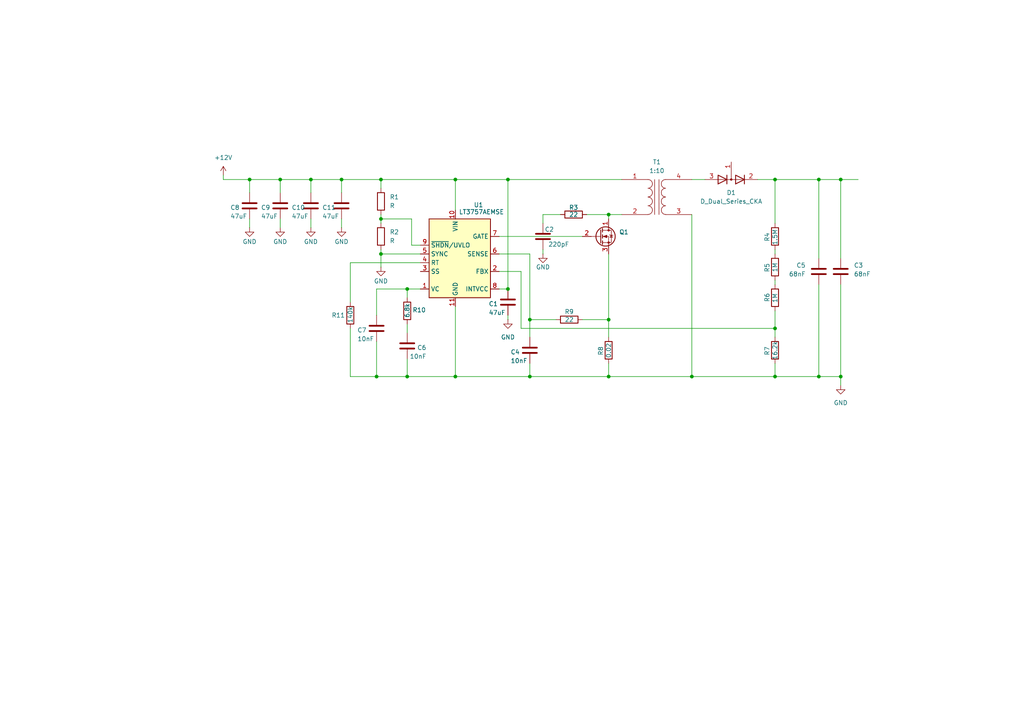
<source format=kicad_sch>
(kicad_sch (version 20231120) (generator "eeschema") (generator_version "8.0")
  (paper "A4")
  (lib_symbols
    (symbol "Device:C" (pin_numbers hide) (pin_names (offset 0.254))
      (property "Reference" "C" (at 0.635 2.54 0))
      (property "Value" "C" (at 0.635 -2.54 0))
      (symbol "C_0_1"
        (polyline (pts (xy -2.032 -0.762) (xy 2.032 -0.762)) (stroke (width 0.508)))
        (polyline (pts (xy -2.032 0.762) (xy 2.032 0.762)) (stroke (width 0.508)))
      )
      (symbol "C_1_1"
        (pin passive line (at 0 3.81 270) (length 2.794) (name "~") (number "1"))
        (pin passive line (at 0 -3.81 90) (length 2.794) (name "~") (number "2"))
      )
    )
    (symbol "Device:D_Dual_Series_CKA" (pin_names (offset 0.762) hide)
      (property "Reference" "D" (at 1.27 -2.54 0))
      (property "Value" "D_Dual_Series_CKA" (at 0 2.54 0))
      (symbol "D_Dual_Series_CKA_0_1"
        (polyline (pts (xy -3.81 0) (xy 3.81 0)))
        (polyline (pts (xy 0 0) (xy 0 -2.54)))
        (polyline (pts (xy -1.27 -1.27) (xy -1.27 1.27) (xy -1.27 1.27)) (stroke (width 0.254)))
        (polyline (pts (xy 3.81 1.27) (xy 3.81 -1.27) (xy 3.81 -1.27)) (stroke (width 0.254)))
        (polyline (pts (xy -3.81 1.27) (xy -1.27 0) (xy -3.81 -1.27) (xy -3.81 1.27) (xy -3.81 1.27) (xy -3.81 1.27)) (stroke (width 0.254)))
        (polyline (pts (xy 1.27 1.27) (xy 3.81 0) (xy 1.27 -1.27) (xy 1.27 1.27) (xy 1.27 1.27) (xy 1.27 1.27)) (stroke (width 0.254)))
        (circle (center 0 0) (radius 0.254) (fill (type outline)))
        (pin passive line (at 0 -5.08 90) (length 2.54) (name "common") (number "1"))
        (pin passive line (at 7.62 0 180) (length 3.81) (name "K") (number "2"))
        (pin passive line (at -7.62 0 0) (length 3.81) (name "A") (number "3"))
      )
    )
    (symbol "Device:Q_NMOS_DGS" (pin_names (offset 0) hide)
      (property "Reference" "Q" (at 5.08 1.27 0))
      (property "Value" "Q_NMOS_DGS" (at 5.08 -1.27 0))
      (symbol "Q_NMOS_DGS_0_1"
        (polyline (pts (xy 0.254 0) (xy -2.54 0)))
        (polyline (pts (xy 0.254 1.905) (xy 0.254 -1.905)) (stroke (width 0.254)))
        (polyline (pts (xy 0.762 -1.27) (xy 0.762 -2.286)) (stroke (width 0.254)))
        (polyline (pts (xy 0.762 0.508) (xy 0.762 -0.508)) (stroke (width 0.254)))
        (polyline (pts (xy 0.762 2.286) (xy 0.762 1.27)) (stroke (width 0.254)))
        (polyline (pts (xy 2.54 2.54) (xy 2.54 1.778)))
        (polyline (pts (xy 2.54 -2.54) (xy 2.54 0) (xy 0.762 0)))
        (polyline (pts (xy 0.762 -1.778) (xy 3.302 -1.778) (xy 3.302 1.778) (xy 0.762 1.778)))
        (polyline (pts (xy 1.016 0) (xy 2.032 0.381) (xy 2.032 -0.381) (xy 1.016 0)) (fill (type outline)))
        (polyline (pts (xy 2.794 0.508) (xy 2.921 0.381) (xy 3.683 0.381) (xy 3.81 0.254)))
        (polyline (pts (xy 3.302 0.381) (xy 2.921 -0.254) (xy 3.683 -0.254) (xy 3.302 0.381)))
        (circle (center 1.651 0) (radius 2.794) (stroke (width 0.254)))
        (circle (center 2.54 -1.778) (radius 0.254) (fill (type outline)))
        (circle (center 2.54 1.778) (radius 0.254) (fill (type outline)))
      )
      (symbol "Q_NMOS_DGS_1_1"
        (pin passive line (at 2.54 5.08 270) (length 2.54) (name "D") (number "1"))
        (pin input line (at -5.08 0 0) (length 2.54) (name "G") (number "2"))
        (pin passive line (at 2.54 -5.08 90) (length 2.54) (name "S") (number "3"))
      )
    )
    (symbol "Device:R" (pin_numbers hide) (pin_names (offset 0))
      (property "Reference" "R" (at 2.032 0 90))
      (property "Value" "R" (at 0 0 90))
      (symbol "R_0_1"
        (rectangle (start -1.016 -2.54) (end 1.016 2.54) (stroke (width 0.254)))
      )
      (symbol "R_1_1"
        (pin passive line (at 0 3.81 270) (length 1.27) (name "~") (number "1"))
        (pin passive line (at 0 -3.81 90) (length 1.27) (name "~") (number "2"))
      )
    )
    (symbol "Device:Transformer_1P_1S" (pin_names (offset 1.016) hide)
      (property "Reference" "T" (at 0 6.35 0))
      (property "Value" "Transformer_1P_1S" (at 0 -7.62 0))
      (symbol "Transformer_1P_1S_0_1"
        (arc (start -2.54 -5.0546) (mid -1.6599 -4.6901) (end -1.27 -3.81))
        (arc (start -2.54 -2.5146) (mid -1.6599 -2.1501) (end -1.27 -1.27))
        (arc (start -2.54 0.0254) (mid -1.6599 0.3899) (end -1.27 1.27))
        (arc (start -2.54 2.5654) (mid -1.6599 2.9299) (end -1.27 3.81))
        (arc (start -1.27 -3.81) (mid -1.642 -2.912) (end -2.54 -2.54))
        (arc (start -1.27 -1.27) (mid -1.642 -0.372) (end -2.54 0))
        (arc (start -1.27 1.27) (mid -1.642 2.168) (end -2.54 2.54))
        (arc (start -1.27 3.81) (mid -1.642 4.708) (end -2.54 5.08))
        (polyline (pts (xy -0.635 5.08) (xy -0.635 -5.08)))
        (polyline (pts (xy 0.635 -5.08) (xy 0.635 5.08)))
        (arc (start 1.2954 -1.27) (mid 1.6599 -2.1501) (end 2.54 -2.5146))
        (arc (start 1.2954 1.27) (mid 1.6599 0.3899) (end 2.54 0.0254))
        (arc (start 1.2954 3.81) (mid 1.6599 2.9299) (end 2.54 2.5654))
        (arc (start 1.3208 -3.81) (mid 1.6853 -4.6901) (end 2.5654 -5.0546))
        (arc (start 2.54 0) (mid 1.642 -0.372) (end 1.2954 -1.27))
        (arc (start 2.54 2.54) (mid 1.642 2.168) (end 1.2954 1.27))
        (arc (start 2.54 5.08) (mid 1.642 4.708) (end 1.2954 3.81))
        (arc (start 2.5654 -2.54) (mid 1.6674 -2.912) (end 1.3208 -3.81))
      )
      (symbol "Transformer_1P_1S_1_1"
        (pin passive line (at -10.16 5.08 0) (length 7.62) (name "AA") (number "1"))
        (pin passive line (at -10.16 -5.08 0) (length 7.62) (name "AB") (number "2"))
        (pin passive line (at 10.16 -5.08 180) (length 7.62) (name "SA") (number "3"))
        (pin passive line (at 10.16 5.08 180) (length 7.62) (name "SB") (number "4"))
      )
    )
    (symbol "Regulator_Switching:LT3757AEMSE"
      (property "Reference" "U" (at -6.35 11.43 0))
      (property "Value" "LT3757AEMSE" (at 1.27 11.43 0))
      (symbol "LT3757AEMSE_0_1"
        (rectangle (start -7.62 10.16) (end 10.16 -12.7) (stroke (width 0.254)) (fill (type background)))
      )
      (symbol "LT3757AEMSE_1_1"
        (pin input line (at -10.16 -10.16 0) (length 2.54) (name "VC") (number "1"))
        (pin power_in line (at 0 12.7 270) (length 2.54) (name "VIN") (number "10"))
        (pin power_in line (at 0 -15.24 90) (length 2.54) (name "GND") (number "11"))
        (pin input line (at 12.7 -5.08 180) (length 2.54) (name "FBX") (number "2"))
        (pin input line (at -10.16 -5.08 0) (length 2.54) (name "SS") (number "3"))
        (pin input line (at -10.16 -2.54 0) (length 2.54) (name "RT") (number "4"))
        (pin input line (at -10.16 0 0) (length 2.54) (name "SYNC") (number "5"))
        (pin input line (at 12.7 0 180) (length 2.54) (name "SENSE") (number "6"))
        (pin output line (at 12.7 5.08 180) (length 2.54) (name "GATE") (number "7"))
        (pin output line (at 12.7 -10.16 180) (length 2.54) (name "INTVCC") (number "8"))
        (pin input line (at -10.16 2.54 0) (length 2.54) (name "~{SHDN}/UVLO") (number "9"))
      )
    )
    (symbol "power:+12V" (power) (pin_numbers hide) (pin_names (offset 0) hide)
      (property "Value" "+12V" (at 0 3.556 0))
      (symbol "+12V_0_1"
        (polyline (pts (xy -0.762 1.27) (xy 0 2.54)))
        (polyline (pts (xy 0 0) (xy 0 2.54)))
        (polyline (pts (xy 0 2.54) (xy 0.762 1.27)))
      )
      (symbol "+12V_1_1"
        (pin power_in line (at 0 0 90) (length 0) (name "~") (number "1"))
      )
    )
    (symbol "power:GND" (power) (pin_numbers hide) (pin_names (offset 0) hide)
      (property "Value" "GND" (at 0 -3.81 0))
      (symbol "GND_0_1"
        (polyline (pts (xy 0 0) (xy 0 -1.27) (xy 1.27 -1.27) (xy 0 -2.54) (xy -1.27 -1.27) (xy 0 -1.27)))
      )
      (symbol "GND_1_1"
        (pin power_in line (at 0 0 270) (length 0) (name "~") (number "1"))
      )
    )
  )
  (junction (at 237.49 109.22))
  (junction (at 176.53 92.71))
  (junction (at 147.32 83.82))
  (junction (at 110.49 63.5))
  (junction (at 99.06 52.07))
  (junction (at 72.39 52.07))
  (junction (at 200.66 109.22))
  (junction (at 176.53 62.23))
  (junction (at 132.08 52.07))
  (junction (at 118.11 109.22))
  (junction (at 153.67 92.71))
  (junction (at 224.79 52.07))
  (junction (at 132.08 109.22))
  (junction (at 243.84 52.07))
  (junction (at 118.11 83.82))
  (junction (at 224.79 95.25))
  (junction (at 224.79 109.22))
  (junction (at 110.49 52.07))
  (junction (at 176.53 109.22))
  (junction (at 109.22 109.22))
  (junction (at 90.17 52.07))
  (junction (at 147.32 52.07))
  (junction (at 153.67 109.22))
  (junction (at 110.49 73.66))
  (junction (at 243.84 109.22))
  (junction (at 237.49 52.07))
  (junction (at 81.28 52.07))
  (wire (pts (xy 109.22 109.22) (xy 118.11 109.22)))
  (wire (pts (xy 237.49 52.07) (xy 237.49 74.93)))
  (wire (pts (xy 132.08 88.9) (xy 132.08 109.22)))
  (wire (pts (xy 110.49 77.47) (xy 110.49 73.66)))
  (wire (pts (xy 147.32 52.07) (xy 132.08 52.07)))
  (wire (pts (xy 101.6 109.22) (xy 109.22 109.22)))
  (wire (pts (xy 118.11 83.82) (xy 118.11 86.36)))
  (wire (pts (xy 110.49 63.5) (xy 110.49 64.77)))
  (wire (pts (xy 176.53 92.71) (xy 176.53 97.79)))
  (wire (pts (xy 162.56 62.23) (xy 157.48 62.23)))
  (wire (pts (xy 224.79 52.07) (xy 237.49 52.07)))
  (wire (pts (xy 168.91 92.71) (xy 176.53 92.71)))
  (wire (pts (xy 237.49 82.55) (xy 237.49 109.22)))
  (wire (pts (xy 132.08 60.96) (xy 132.08 52.07)))
  (wire (pts (xy 243.84 111.76) (xy 243.84 109.22)))
  (wire (pts (xy 237.49 52.07) (xy 243.84 52.07)))
  (wire (pts (xy 147.32 52.07) (xy 180.34 52.07)))
  (wire (pts (xy 110.49 62.23) (xy 110.49 63.5)))
  (wire (pts (xy 153.67 92.71) (xy 153.67 97.79)))
  (wire (pts (xy 224.79 90.17) (xy 224.79 95.25)))
  (wire (pts (xy 99.06 52.07) (xy 110.49 52.07)))
  (wire (pts (xy 144.78 73.66) (xy 153.67 73.66)))
  (wire (pts (xy 99.06 52.07) (xy 99.06 55.88)))
  (wire (pts (xy 72.39 52.07) (xy 72.39 55.88)))
  (wire (pts (xy 121.92 76.2) (xy 101.6 76.2)))
  (wire (pts (xy 219.71 52.07) (xy 224.79 52.07)))
  (wire (pts (xy 81.28 52.07) (xy 81.28 55.88)))
  (wire (pts (xy 153.67 73.66) (xy 153.67 92.71)))
  (wire (pts (xy 110.49 73.66) (xy 121.92 73.66)))
  (wire (pts (xy 151.13 78.74) (xy 151.13 95.25)))
  (wire (pts (xy 144.78 68.58) (xy 168.91 68.58)))
  (wire (pts (xy 132.08 109.22) (xy 153.67 109.22)))
  (wire (pts (xy 118.11 93.98) (xy 118.11 96.52)))
  (wire (pts (xy 243.84 52.07) (xy 248.92 52.07)))
  (wire (pts (xy 64.77 50.8) (xy 64.77 52.07)))
  (wire (pts (xy 157.48 72.39) (xy 157.48 73.66)))
  (wire (pts (xy 90.17 52.07) (xy 90.17 55.88)))
  (wire (pts (xy 118.11 104.14) (xy 118.11 109.22)))
  (wire (pts (xy 151.13 95.25) (xy 224.79 95.25)))
  (wire (pts (xy 132.08 52.07) (xy 110.49 52.07)))
  (wire (pts (xy 170.18 62.23) (xy 176.53 62.23)))
  (wire (pts (xy 153.67 109.22) (xy 176.53 109.22)))
  (wire (pts (xy 200.66 52.07) (xy 204.47 52.07)))
  (wire (pts (xy 121.92 83.82) (xy 118.11 83.82)))
  (wire (pts (xy 224.79 105.41) (xy 224.79 109.22)))
  (wire (pts (xy 176.53 105.41) (xy 176.53 109.22)))
  (wire (pts (xy 110.49 72.39) (xy 110.49 73.66)))
  (wire (pts (xy 237.49 109.22) (xy 224.79 109.22)))
  (wire (pts (xy 224.79 52.07) (xy 224.79 64.77)))
  (wire (pts (xy 153.67 92.71) (xy 161.29 92.71)))
  (wire (pts (xy 118.11 109.22) (xy 132.08 109.22)))
  (wire (pts (xy 81.28 63.5) (xy 81.28 66.04)))
  (wire (pts (xy 153.67 105.41) (xy 153.67 109.22)))
  (wire (pts (xy 99.06 63.5) (xy 99.06 66.04)))
  (wire (pts (xy 224.79 81.28) (xy 224.79 82.55)))
  (wire (pts (xy 224.79 72.39) (xy 224.79 73.66)))
  (wire (pts (xy 243.84 82.55) (xy 243.84 109.22)))
  (wire (pts (xy 72.39 52.07) (xy 81.28 52.07)))
  (wire (pts (xy 147.32 83.82) (xy 147.32 52.07)))
  (wire (pts (xy 157.48 62.23) (xy 157.48 64.77)))
  (wire (pts (xy 121.92 71.12) (xy 119.38 71.12)))
  (wire (pts (xy 200.66 109.22) (xy 224.79 109.22)))
  (wire (pts (xy 72.39 63.5) (xy 72.39 66.04)))
  (wire (pts (xy 200.66 62.23) (xy 200.66 109.22)))
  (wire (pts (xy 81.28 52.07) (xy 90.17 52.07)))
  (wire (pts (xy 90.17 52.07) (xy 99.06 52.07)))
  (wire (pts (xy 147.32 91.44) (xy 147.32 92.71)))
  (wire (pts (xy 109.22 99.06) (xy 109.22 109.22)))
  (wire (pts (xy 176.53 62.23) (xy 180.34 62.23)))
  (wire (pts (xy 176.53 109.22) (xy 200.66 109.22)))
  (wire (pts (xy 144.78 78.74) (xy 151.13 78.74)))
  (wire (pts (xy 224.79 95.25) (xy 224.79 97.79)))
  (wire (pts (xy 243.84 52.07) (xy 243.84 74.93)))
  (wire (pts (xy 119.38 71.12) (xy 119.38 63.5)))
  (wire (pts (xy 90.17 63.5) (xy 90.17 66.04)))
  (wire (pts (xy 119.38 63.5) (xy 110.49 63.5)))
  (wire (pts (xy 243.84 109.22) (xy 237.49 109.22)))
  (wire (pts (xy 64.77 52.07) (xy 72.39 52.07)))
  (wire (pts (xy 118.11 83.82) (xy 109.22 83.82)))
  (wire (pts (xy 176.53 73.66) (xy 176.53 92.71)))
  (wire (pts (xy 176.53 62.23) (xy 176.53 63.5)))
  (wire (pts (xy 101.6 76.2) (xy 101.6 87.63)))
  (wire (pts (xy 109.22 83.82) (xy 109.22 91.44)))
  (wire (pts (xy 101.6 95.25) (xy 101.6 109.22)))
  (wire (pts (xy 144.78 83.82) (xy 147.32 83.82)))
  (wire (pts (xy 110.49 52.07) (xy 110.49 54.61)))
  (symbol (lib_id "Device:C") (at 237.49 78.74 0) (mirror y) (unit 1)
    (property "Reference" "C5" (at 233.68 76.962 0) (effects (justify left)))
    (property "Value" "68nF" (at 233.68 79.502 0) (effects (justify left)))
    (property "Footprint" "Capacitor_SMD:C_1210_3225Metric_Pad1.33x2.70mm_HandSolder" (effects (hide yes)))
    (property "Datasheet" "https://www.digikey.com/en/products/detail/tdk-corporation/C3225X7R2J683K200AE/5809328" (effects (hide yes)))
    (property "Description" "Unpolarized capacitor" (effects (hide yes)))
  )
  (symbol (lib_id "Device:R") (at 101.6 91.44 0) (mirror y) (unit 1)
    (property "Reference" "R11" (at 100.076 91.44 0) (effects (justify left)))
    (property "Value" "140k" (at 101.6 93.726 90) (effects (justify left)))
    (property "Description" "Resistor" (effects (hide yes)))
  )
  (symbol (lib_id "Device:C") (at 109.22 95.25 0) (unit 1)
    (property "Reference" "C7" (at 103.632 95.758 0) (effects (justify left)))
    (property "Value" "10nF" (at 103.632 98.298 0) (effects (justify left)))
    (property "Description" "Unpolarized capacitor" (effects (hide yes)))
  )
  (symbol (lib_id "Device:R") (at 110.49 58.42 0) (unit 1)
    (property "Reference" "R1" (at 113.03 57.1499 0) (effects (justify left)))
    (property "Value" "R" (at 113.03 59.6899 0) (effects (justify left)))
    (property "Description" "Resistor" (effects (hide yes)))
  )
  (symbol (lib_id "power:+12V") (at 64.77 50.8 0) (unit 1)
    (property "Reference" "#PWR02" (effects (hide yes)))
    (property "Value" "+12V" (at 64.77 45.72 0))
    (property "Description" "Power symbol creates a global label with name \"+12V\"" (effects (hide yes)))
  )
  (symbol (lib_id "Device:R") (at 166.37 62.23 90) (unit 1)
    (property "Reference" "R3" (at 166.37 60.198 90))
    (property "Value" "22" (at 166.37 62.23 90))
    (property "Description" "Resistor" (effects (hide yes)))
  )
  (symbol (lib_id "Device:C") (at 147.32 87.63 0) (unit 1)
    (property "Reference" "C1" (at 141.732 88.138 0) (effects (justify left)))
    (property "Value" "47uF" (at 141.732 90.678 0) (effects (justify left)))
    (property "Description" "Unpolarized capacitor" (effects (hide yes)))
  )
  (symbol (lib_id "power:GND") (at 81.28 66.04 0) (unit 1)
    (property "Reference" "#PWR07" (effects (hide yes)))
    (property "Value" "GND" (at 81.28 70.104 0))
    (property "Description" "Power symbol creates a global label with name \"GND\" , ground" (effects (hide yes)))
  )
  (symbol (lib_id "power:GND") (at 243.84 111.76 0) (unit 1)
    (property "Reference" "#PWR05" (effects (hide yes)))
    (property "Value" "GND" (at 243.84 116.84 0))
    (property "Description" "Power symbol creates a global label with name \"GND\" , ground" (effects (hide yes)))
  )
  (symbol (lib_id "Device:R") (at 224.79 101.6 0) (unit 1)
    (property "Reference" "R7" (at 222.504 103.124 90) (effects (justify left)))
    (property "Value" "16.2k" (at 224.79 104.394 90) (effects (justify left)))
    (property "Description" "Resistor" (effects (hide yes)))
  )
  (symbol (lib_id "power:GND") (at 110.49 77.47 0) (unit 1)
    (property "Reference" "#PWR01" (effects (hide yes)))
    (property "Value" "GND" (at 110.49 81.534 0))
    (property "Description" "Power symbol creates a global label with name \"GND\" , ground" (effects (hide yes)))
  )
  (symbol (lib_id "Device:C") (at 81.28 59.69 0) (unit 1)
    (property "Reference" "C9" (at 75.692 60.198 0) (effects (justify left)))
    (property "Value" "47uF" (at 75.692 62.738 0) (effects (justify left)))
    (property "Footprint" "Capacitor_SMD:C_1210_3225Metric_Pad1.33x2.70mm_HandSolder" (effects (hide yes)))
    (property "Datasheet" "https://www.digikey.com/en/products/detail/murata-electronics/GRM32ER61C476KE15K/2548471" (effects (hide yes)))
    (property "Description" "Unpolarized capacitor" (effects (hide yes)))
  )
  (symbol (lib_id "Device:C") (at 157.48 68.58 0) (unit 1)
    (property "Reference" "C2" (at 157.988 66.548 0) (effects (justify left)))
    (property "Value" "220pF" (at 159.004 70.866 0) (effects (justify left)))
    (property "Description" "Unpolarized capacitor" (effects (hide yes)))
  )
  (symbol (lib_id "Device:C") (at 118.11 100.33 0) (mirror y) (unit 1)
    (property "Reference" "C6" (at 123.698 100.838 0) (effects (justify left)))
    (property "Value" "10nF" (at 123.698 103.378 0) (effects (justify left)))
    (property "Description" "Unpolarized capacitor" (effects (hide yes)))
  )
  (symbol (lib_id "power:GND") (at 147.32 92.71 0) (unit 1)
    (property "Reference" "#PWR03" (effects (hide yes)))
    (property "Value" "GND" (at 147.32 97.79 0))
    (property "Description" "Power symbol creates a global label with name \"GND\" , ground" (effects (hide yes)))
  )
  (symbol (lib_id "Device:C") (at 243.84 78.74 0) (unit 1)
    (property "Reference" "C3" (at 247.65 76.962 0) (effects (justify left)))
    (property "Value" "68nF" (at 247.65 79.502 0) (effects (justify left)))
    (property "Footprint" "Capacitor_SMD:C_1210_3225Metric_Pad1.33x2.70mm_HandSolder" (effects (hide yes)))
    (property "Datasheet" "https://www.digikey.com/en/products/detail/tdk-corporation/C3225X7R2J683K200AE/5809328" (effects (hide yes)))
    (property "Description" "Unpolarized capacitor" (effects (hide yes)))
  )
  (symbol (lib_id "power:GND") (at 72.39 66.04 0) (unit 1)
    (property "Reference" "#PWR06" (effects (hide yes)))
    (property "Value" "GND" (at 72.39 70.104 0))
    (property "Description" "Power symbol creates a global label with name \"GND\" , ground" (effects (hide yes)))
  )
  (symbol (lib_id "Device:Q_NMOS_DGS") (at 173.99 68.58 0) (unit 1)
    (property "Reference" "Q1" (at 179.578 67.31 0) (effects (justify left)))
    (property "Value" "Q_NMOS_DGS" (effects (hide yes)))
    (property "Description" "N-MOSFET transistor, drain/gate/source" (effects (hide yes)))
  )
  (symbol (lib_id "power:GND") (at 157.48 73.66 0) (unit 1)
    (property "Reference" "#PWR04" (effects (hide yes)))
    (property "Value" "GND" (at 157.48 77.47 0))
    (property "Description" "Power symbol creates a global label with name \"GND\" , ground" (effects (hide yes)))
  )
  (symbol (lib_id "Device:C") (at 72.39 59.69 0) (unit 1)
    (property "Reference" "C8" (at 66.802 60.198 0) (effects (justify left)))
    (property "Value" "47uF" (at 66.802 62.738 0) (effects (justify left)))
    (property "Footprint" "Capacitor_SMD:C_1210_3225Metric_Pad1.33x2.70mm_HandSolder" (effects (hide yes)))
    (property "Datasheet" "https://www.digikey.com/en/products/detail/murata-electronics/GRM32ER61C476KE15K/2548471" (effects (hide yes)))
    (property "Description" "Unpolarized capacitor" (effects (hide yes)))
  )
  (symbol (lib_id "Device:R") (at 224.79 77.47 0) (unit 1)
    (property "Reference" "R5" (at 222.504 78.994 90) (effects (justify left)))
    (property "Value" "1M" (at 224.79 78.994 90) (effects (justify left)))
    (property "Description" "Resistor" (effects (hide yes)))
  )
  (symbol (lib_id "Device:R") (at 224.79 68.58 0) (unit 1)
    (property "Reference" "R4" (at 222.504 70.104 90) (effects (justify left)))
    (property "Value" "1.5M" (at 224.79 71.12 90) (effects (justify left)))
    (property "Description" "Resistor" (effects (hide yes)))
  )
  (symbol (lib_id "Device:C") (at 99.06 59.69 0) (unit 1)
    (property "Reference" "C11" (at 93.472 60.198 0) (effects (justify left)))
    (property "Value" "47uF" (at 93.472 62.738 0) (effects (justify left)))
    (property "Footprint" "Capacitor_SMD:C_1210_3225Metric_Pad1.33x2.70mm_HandSolder" (effects (hide yes)))
    (property "Datasheet" "https://www.digikey.com/en/products/detail/murata-electronics/GRM32ER61C476KE15K/2548471" (effects (hide yes)))
    (property "Description" "Unpolarized capacitor" (effects (hide yes)))
  )
  (symbol (lib_id "Device:R") (at 118.11 90.17 0) (unit 1)
    (property "Reference" "R10" (at 119.634 89.916 0) (effects (justify left)))
    (property "Value" "6.8k" (at 118.11 92.202 90) (effects (justify left)))
    (property "Description" "Resistor" (effects (hide yes)))
  )
  (symbol (lib_id "Device:R") (at 165.1 92.71 90) (unit 1)
    (property "Reference" "R9" (at 165.1 90.424 90))
    (property "Value" "22" (at 165.1 92.71 90))
    (property "Description" "Resistor" (effects (hide yes)))
  )
  (symbol (lib_id "Device:Transformer_1P_1S") (at 190.5 57.15 0) (unit 1)
    (property "Reference" "T1" (at 190.5127 46.99 0))
    (property "Value" "1:10" (at 190.5127 49.53 0))
    (property "Footprint" "Library:Transformer_Wurth_WE-AGDT-EP7" (effects (hide yes)))
    (property "Datasheet" "https://www.digikey.com/en/products/detail/tdk-corporation/DCT15EFD-U44S003/1473742" (effects (hide yes)))
    (property "Description" "Transformer, single primary, single secondary" (effects (hide yes)))
  )
  (symbol (lib_id "power:GND") (at 99.06 66.04 0) (unit 1)
    (property "Reference" "#PWR09" (effects (hide yes)))
    (property "Value" "GND" (at 99.06 70.104 0))
    (property "Description" "Power symbol creates a global label with name \"GND\" , ground" (effects (hide yes)))
  )
  (symbol (lib_id "Device:R") (at 110.49 68.58 0) (unit 1)
    (property "Reference" "R2" (at 113.03 67.3099 0) (effects (justify left)))
    (property "Value" "R" (at 113.03 69.8499 0) (effects (justify left)))
    (property "Description" "Resistor" (effects (hide yes)))
  )
  (symbol (lib_id "Device:C") (at 90.17 59.69 0) (unit 1)
    (property "Reference" "C10" (at 84.582 60.198 0) (effects (justify left)))
    (property "Value" "47uF" (at 84.582 62.738 0) (effects (justify left)))
    (property "Footprint" "Capacitor_SMD:C_1210_3225Metric_Pad1.33x2.70mm_HandSolder" (effects (hide yes)))
    (property "Datasheet" "https://www.digikey.com/en/products/detail/murata-electronics/GRM32ER61C476KE15K/2548471" (effects (hide yes)))
    (property "Description" "Unpolarized capacitor" (effects (hide yes)))
  )
  (symbol (lib_id "Device:C") (at 153.67 101.6 0) (unit 1)
    (property "Reference" "C4" (at 148.082 102.108 0) (effects (justify left)))
    (property "Value" "10nF" (at 148.082 104.648 0) (effects (justify left)))
    (property "Description" "Unpolarized capacitor" (effects (hide yes)))
  )
  (symbol (lib_id "Device:R") (at 224.79 86.36 0) (unit 1)
    (property "Reference" "R6" (at 222.504 87.63 90) (effects (justify left)))
    (property "Value" "1M" (at 224.79 87.884 90) (effects (justify left)))
    (property "Description" "Resistor" (effects (hide yes)))
  )
  (symbol (lib_id "Regulator_Switching:LT3757AEMSE") (at 132.08 73.66 0) (unit 1)
    (property "Reference" "U1" (at 137.414 59.436 0) (effects (justify left)))
    (property "Value" "LT3757AEMSE" (at 133.096 61.468 0) (effects (justify left)))
    (property "Footprint" "Package_SO:MSOP-10-1EP_3x3mm_P0.5mm_EP1.68x1.88mm" (effects (hide yes)))
    (property "Datasheet" "https://www.analog.com/media/en/technical-documentation/data-sheets/3757Afe.pdf" (effects (hide yes)))
    (property "Description" "Boost, flyback, SEPIC and inverting regulator, improved load transient performance, MSOP-10" (effects (hide yes)))
  )
  (symbol (lib_id "Device:D_Dual_Series_CKA") (at 212.09 52.07 0) (mirror x) (unit 1)
    (property "Reference" "D1" (at 212.09 55.88 0))
    (property "Value" "D_Dual_Series_CKA" (at 212.09 58.42 0))
    (property "Footprint" "Package_TO_SOT_SMD:SOT-23" (effects (hide yes)))
    (property "Datasheet" "https://www.digikey.com/en/products/detail/vishay-general-semiconductor-diodes-division/GSD2004S-E3-08/3104219" (effects (hide yes)))
    (property "Description" "Dual diode, center/cathode/anode" (effects (hide yes)))
  )
  (symbol (lib_id "Device:R") (at 176.53 101.6 0) (mirror y) (unit 1)
    (property "Reference" "R8" (at 174.244 103.124 90) (effects (justify left)))
    (property "Value" "0.02" (at 176.53 103.886 90) (effects (justify left)))
    (property "Description" "Resistor" (effects (hide yes)))
  )
  (symbol (lib_id "power:GND") (at 90.17 66.04 0) (unit 1)
    (property "Reference" "#PWR08" (effects (hide yes)))
    (property "Value" "GND" (at 90.17 70.104 0))
    (property "Description" "Power symbol creates a global label with name \"GND\" , ground" (effects (hide yes)))
  )
)
</source>
